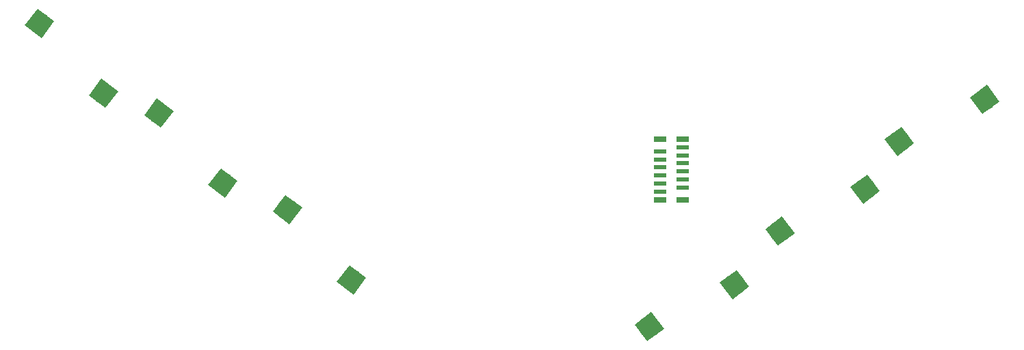
<source format=gbr>
G04 #@! TF.GenerationSoftware,KiCad,Pcbnew,(5.1.4)-1*
G04 #@! TF.CreationDate,2023-12-29T13:04:59-05:00*
G04 #@! TF.ProjectId,ThumbsUp,5468756d-6273-4557-902e-6b696361645f,rev?*
G04 #@! TF.SameCoordinates,Original*
G04 #@! TF.FileFunction,Paste,Bot*
G04 #@! TF.FilePolarity,Positive*
%FSLAX46Y46*%
G04 Gerber Fmt 4.6, Leading zero omitted, Abs format (unit mm)*
G04 Created by KiCad (PCBNEW (5.1.4)-1) date 2023-12-29 13:04:59*
%MOMM*%
%LPD*%
G04 APERTURE LIST*
%ADD10C,2.600000*%
%ADD11C,0.100000*%
%ADD12R,1.500000X0.800000*%
%ADD13R,1.500000X0.600000*%
G04 APERTURE END LIST*
D10*
X122492779Y111483624D03*
D11*
G36*
X120672193Y111227757D02*
G01*
X122236912Y113304210D01*
X124313365Y111739491D01*
X122748646Y109663038D01*
X120672193Y111227757D01*
X120672193Y111227757D01*
G37*
D10*
X114592532Y120191585D03*
D11*
G36*
X112771946Y119935718D02*
G01*
X114336665Y122012171D01*
X116413118Y120447452D01*
X114848399Y118370999D01*
X112771946Y119935718D01*
X112771946Y119935718D01*
G37*
D10*
X206257885Y116660037D03*
D11*
G36*
X206513752Y118480623D02*
G01*
X208078471Y116404170D01*
X206002018Y114839451D01*
X204437299Y116915904D01*
X206513752Y118480623D01*
X206513752Y118480623D01*
G37*
D10*
X216806119Y121854002D03*
D11*
G36*
X217061986Y123674588D02*
G01*
X218626705Y121598135D01*
X216550252Y120033416D01*
X214985533Y122109869D01*
X217061986Y123674588D01*
X217061986Y123674588D01*
G37*
D10*
X191483128Y105526459D03*
D11*
G36*
X191738995Y107347045D02*
G01*
X193303714Y105270592D01*
X191227261Y103705873D01*
X189662542Y105782326D01*
X191738995Y107347045D01*
X191738995Y107347045D01*
G37*
D10*
X202031362Y110720424D03*
D11*
G36*
X202287229Y112541010D02*
G01*
X203851948Y110464557D01*
X201775495Y108899838D01*
X200210776Y110976291D01*
X202287229Y112541010D01*
X202287229Y112541010D01*
G37*
D10*
X99817775Y131325162D03*
D11*
G36*
X97997189Y131069295D02*
G01*
X99561908Y133145748D01*
X101638361Y131581029D01*
X100073642Y129504576D01*
X97997189Y131069295D01*
X97997189Y131069295D01*
G37*
D10*
X107718022Y122617201D03*
D11*
G36*
X105897436Y122361334D02*
G01*
X107462155Y124437787D01*
X109538608Y122873068D01*
X107973889Y120796615D01*
X105897436Y122361334D01*
X105897436Y122361334D01*
G37*
D12*
X176660000Y109440000D03*
X179460000Y109440000D03*
X176660000Y116940000D03*
X179460000Y116940000D03*
D13*
X176660000Y110440000D03*
X179460000Y110940000D03*
X176660000Y111440000D03*
X179460000Y111940000D03*
X176660000Y112440000D03*
X179460000Y112940000D03*
X176660000Y113440000D03*
X179460000Y113940000D03*
X176660000Y114440000D03*
X179460000Y114940000D03*
X176660000Y115440000D03*
X179460000Y115940000D03*
D10*
X185836331Y98879063D03*
D11*
G36*
X186092198Y100699649D02*
G01*
X187656917Y98623196D01*
X185580464Y97058477D01*
X184015745Y99134930D01*
X186092198Y100699649D01*
X186092198Y100699649D01*
G37*
D10*
X175288097Y93685098D03*
D11*
G36*
X175543964Y95505684D02*
G01*
X177108683Y93429231D01*
X175032230Y91864512D01*
X173467511Y93940965D01*
X175543964Y95505684D01*
X175543964Y95505684D01*
G37*
D10*
X130515268Y108192825D03*
D11*
G36*
X128694682Y107936958D02*
G01*
X130259401Y110013411D01*
X132335854Y108448692D01*
X130771135Y106372239D01*
X128694682Y107936958D01*
X128694682Y107936958D01*
G37*
D10*
X138415515Y99484864D03*
D11*
G36*
X136594929Y99228997D02*
G01*
X138159648Y101305450D01*
X140236101Y99740731D01*
X138671382Y97664278D01*
X136594929Y99228997D01*
X136594929Y99228997D01*
G37*
M02*

</source>
